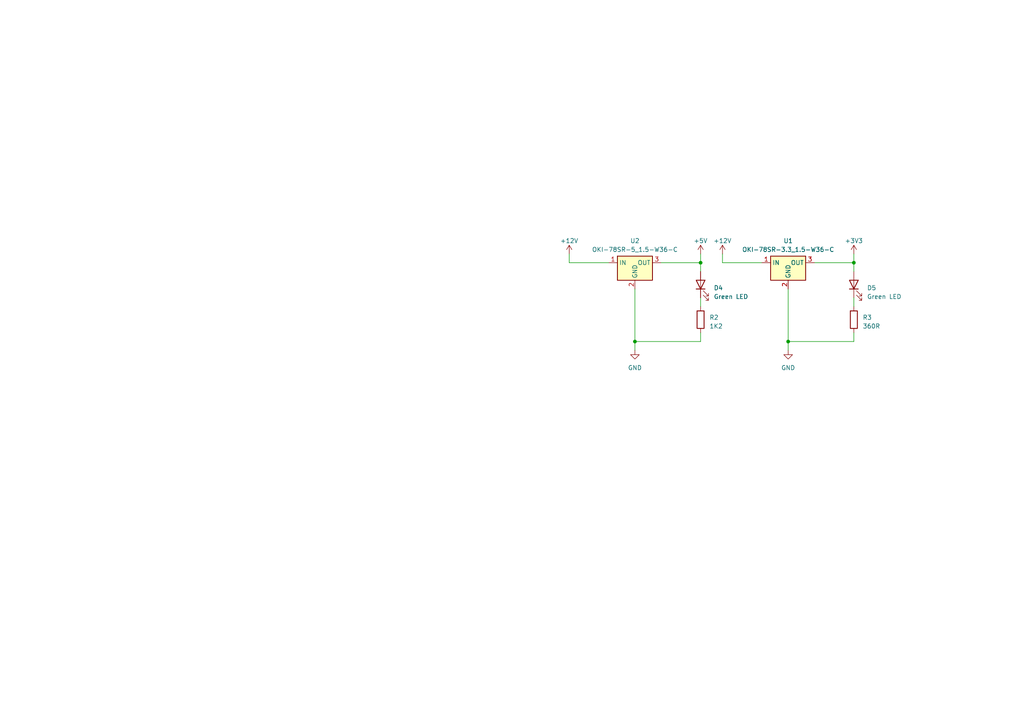
<source format=kicad_sch>
(kicad_sch (version 20250114) (generator "eeschema") (generator_version "9.0")
  (paper "A4")
  (title_block (title "Power") (rev "0.1") (company "SnowdenLabs") (comment 1 "Thyme after Thyme"))
  (lib_symbols
    (symbol "Converter_DCDC:OKI-78SR-3.3_1.5-W36-C"
      (property "Reference" "U" (at -3.81 3.175 0))
      (property "Value" "OKI-78SR-3.3_1.5-W36-C" (at 0 3.175 0))
      (symbol "OKI-78SR-3.3_1.5-W36-C_0_1"
        (rectangle (start -5.08 1.905) (end 5.08 -5.08) (stroke (width 0.254)) (fill (type background)))
      )
      (symbol "OKI-78SR-3.3_1.5-W36-C_1_1"
        (pin power_in line (at -7.62 0 0) (length 2.54) (name "IN") (number "1"))
        (pin power_in line (at 0 -7.62 90) (length 2.54) (name "GND") (number "2"))
        (pin power_out line (at 7.62 0 180) (length 2.54) (name "OUT") (number "3"))
      )
    )
    (symbol "Converter_DCDC:OKI-78SR-5_1.5-W36-C"
      (property "Reference" "U" (at -3.81 3.175 0))
      (property "Value" "OKI-78SR-5_1.5-W36-C" (at 0 3.175 0))
      (symbol "OKI-78SR-5_1.5-W36-C_0_1"
        (rectangle (start -5.08 1.905) (end 5.08 -5.08) (stroke (width 0.254)) (fill (type background)))
      )
      (symbol "OKI-78SR-5_1.5-W36-C_1_1"
        (pin power_in line (at -7.62 0 0) (length 2.54) (name "IN") (number "1"))
        (pin power_in line (at 0 -7.62 90) (length 2.54) (name "GND") (number "2"))
        (pin power_out line (at 7.62 0 180) (length 2.54) (name "OUT") (number "3"))
      )
    )
    (symbol "Device:LED" (pin_numbers (hide yes)) (pin_names (offset 1.016) (hide yes))
      (property "Reference" "D" (at 0 2.54 0))
      (property "Value" "LED" (at 0 -2.54 0))
      (symbol "LED_0_1"
        (polyline (pts (xy -3.048 -0.762) (xy -4.572 -2.286) (xy -3.81 -2.286) (xy -4.572 -2.286) (xy -4.572 -1.524)))
        (polyline (pts (xy -1.778 -0.762) (xy -3.302 -2.286) (xy -2.54 -2.286) (xy -3.302 -2.286) (xy -3.302 -1.524)))
        (polyline (pts (xy -1.27 0) (xy 1.27 0)))
        (polyline (pts (xy -1.27 -1.27) (xy -1.27 1.27)) (stroke (width 0.254)))
        (polyline (pts (xy 1.27 -1.27) (xy 1.27 1.27) (xy -1.27 0) (xy 1.27 -1.27)) (stroke (width 0.254)))
      )
      (symbol "LED_1_1"
        (pin passive line (at -3.81 0 0) (length 2.54) (name "K") (number "1"))
        (pin passive line (at 3.81 0 180) (length 2.54) (name "A") (number "2"))
      )
    )
    (symbol "Device:R" (pin_numbers (hide yes)) (pin_names (offset 0))
      (property "Reference" "R" (at 2.032 0 90))
      (property "Value" "R" (at 0 0 90))
      (symbol "R_0_1"
        (rectangle (start -1.016 -2.54) (end 1.016 2.54) (stroke (width 0.254)))
      )
      (symbol "R_1_1"
        (pin passive line (at 0 3.81 270) (length 1.27) (name "~") (number "1"))
        (pin passive line (at 0 -3.81 90) (length 1.27) (name "~") (number "2"))
      )
    )
    (symbol "power:+12V" (power) (pin_names (offset 0))
      (property "Value" "+12V" (at 0 3.556 0))
      (symbol "+12V_0_1"
        (polyline (pts (xy -0.762 1.27) (xy 0 2.54)))
        (polyline (pts (xy 0 2.54) (xy 0.762 1.27)))
        (polyline (pts (xy 0 0) (xy 0 2.54)))
      )
      (symbol "+12V_1_1"
        (pin power_in line (at 0 0 90) (length 0) (hide yes) (name "+12V") (number "1"))
      )
    )
    (symbol "power:+3V3" (power) (pin_names (offset 0))
      (property "Value" "+3V3" (at 0 3.556 0))
      (symbol "+3V3_0_1"
        (polyline (pts (xy -0.762 1.27) (xy 0 2.54)))
        (polyline (pts (xy 0 2.54) (xy 0.762 1.27)))
        (polyline (pts (xy 0 0) (xy 0 2.54)))
      )
      (symbol "+3V3_1_1"
        (pin power_in line (at 0 0 90) (length 0) (hide yes) (name "+3V3") (number "1"))
      )
    )
    (symbol "power:+5V" (power) (pin_names (offset 0))
      (property "Value" "+5V" (at 0 3.556 0))
      (symbol "+5V_0_1"
        (polyline (pts (xy -0.762 1.27) (xy 0 2.54)))
        (polyline (pts (xy 0 2.54) (xy 0.762 1.27)))
        (polyline (pts (xy 0 0) (xy 0 2.54)))
      )
      (symbol "+5V_1_1"
        (pin power_in line (at 0 0 90) (length 0) (hide yes) (name "+5V") (number "1"))
      )
    )
    (symbol "power:GND" (power) (pin_names (offset 0))
      (property "Value" "GND" (at 0 -3.81 0))
      (symbol "GND_0_1"
        (polyline (pts (xy 0 0) (xy 0 -1.27) (xy 1.27 -1.27) (xy 0 -2.54) (xy -1.27 -1.27) (xy 0 -1.27)))
      )
      (symbol "GND_1_1"
        (pin power_in line (at 0 0 270) (length 0) (hide yes) (name "GND") (number "1"))
      )
    )
  )
  (junction (at 184.15 99.06))
  (junction (at 247.65 76.2))
  (junction (at 228.6 99.06))
  (junction (at 203.2 76.2))
  (wire (pts (xy 247.65 76.2) (xy 247.65 73.66)))
  (wire (pts (xy 203.2 76.2) (xy 203.2 78.74)))
  (wire (pts (xy 209.55 76.2) (xy 209.55 73.66)))
  (wire (pts (xy 191.77 76.2) (xy 203.2 76.2)))
  (wire (pts (xy 184.15 99.06) (xy 203.2 99.06)))
  (wire (pts (xy 176.53 76.2) (xy 165.1 76.2)))
  (wire (pts (xy 247.65 96.52) (xy 247.65 99.06)))
  (wire (pts (xy 236.22 76.2) (xy 247.65 76.2)))
  (wire (pts (xy 203.2 76.2) (xy 203.2 73.66)))
  (wire (pts (xy 165.1 76.2) (xy 165.1 73.66)))
  (wire (pts (xy 184.15 99.06) (xy 184.15 101.6)))
  (wire (pts (xy 228.6 83.82) (xy 228.6 99.06)))
  (wire (pts (xy 220.98 76.2) (xy 209.55 76.2)))
  (wire (pts (xy 247.65 86.36) (xy 247.65 88.9)))
  (wire (pts (xy 203.2 96.52) (xy 203.2 99.06)))
  (wire (pts (xy 184.15 83.82) (xy 184.15 99.06)))
  (wire (pts (xy 203.2 86.36) (xy 203.2 88.9)))
  (wire (pts (xy 228.6 99.06) (xy 228.6 101.6)))
  (wire (pts (xy 247.65 76.2) (xy 247.65 78.74)))
  (wire (pts (xy 228.6 99.06) (xy 247.65 99.06)))
  (symbol (lib_id "power:+12V") (at 165.1 73.66 0) (unit 1)
    (property "Reference" "#PWR03" (effects (hide yes)))
    (property "Value" "+12V" (at 165.1 69.85 0))
  )
  (symbol (lib_id "power:+12V") (at 209.55 73.66 0) (unit 1)
    (property "Reference" "#PWR06" (effects (hide yes)))
    (property "Value" "+12V" (at 209.55 69.85 0))
  )
  (symbol (lib_id "Device:LED") (at 247.65 82.55 90) (unit 1)
    (property "Reference" "D5" (at 251.46 83.5025 90) (effects (justify right)))
    (property "Value" "Green LED" (at 251.46 86.0425 90) (effects (justify right)))
    (property "Footprint" "LED_SMD:LED_0603_1608Metric" (effects (hide yes)))
    (property "Datasheet" "https://www.we-online.com/katalog/datasheet/150060GS75000.pdf" (effects (hide yes)))
    (property "Manufacturer" "Wurth" (effects (hide yes)))
    (property "ManufacturerPartNumber" "150060GS75000" (effects (hide yes)))
  )
  (symbol (lib_id "Converter_DCDC:OKI-78SR-3.3_1.5-W36-C") (at 228.6 76.2 0) (unit 1)
    (property "Reference" "U1" (at 228.6 69.85 0))
    (property "Value" "OKI-78SR-3.3_1.5-W36-C" (at 228.6 72.39 0))
    (property "Footprint" "Converter_DCDC:Converter_DCDC_Murata_OKI-78SR_Vertical" (effects (hide yes)))
    (property "Datasheet" "https://power.murata.com/data/power/oki-78sr.pdf" (effects (hide yes)))
  )
  (symbol (lib_id "Device:R") (at 203.2 92.71 0) (unit 1)
    (property "Reference" "R2" (at 205.74 92.075 0) (effects (justify left)))
    (property "Value" "1K2" (at 205.74 94.615 0) (effects (justify left)))
    (property "Footprint" "Resistor_SMD:R_0603_1608Metric" (effects (hide yes)))
  )
  (symbol (lib_id "Device:R") (at 247.65 92.71 0) (unit 1)
    (property "Reference" "R3" (at 250.19 92.075 0) (effects (justify left)))
    (property "Value" "360R" (at 250.19 94.615 0) (effects (justify left)))
    (property "Footprint" "Resistor_SMD:R_0603_1608Metric" (effects (hide yes)))
  )
  (symbol (lib_id "power:+5V") (at 203.2 73.66 0) (unit 1)
    (property "Reference" "#PWR05" (effects (hide yes)))
    (property "Value" "+5V" (at 203.2 69.85 0))
  )
  (symbol (lib_id "power:GND") (at 228.6 101.6 0) (unit 1)
    (property "Reference" "#PWR08" (effects (hide yes)))
    (property "Value" "GND" (at 228.6 106.68 0))
  )
  (symbol (lib_id "power:GND") (at 184.15 101.6 0) (unit 1)
    (property "Reference" "#PWR04" (effects (hide yes)))
    (property "Value" "GND" (at 184.15 106.68 0))
  )
  (symbol (lib_id "Converter_DCDC:OKI-78SR-5_1.5-W36-C") (at 184.15 76.2 0) (unit 1)
    (property "Reference" "U2" (at 184.15 69.85 0))
    (property "Value" "OKI-78SR-5_1.5-W36-C" (at 184.15 72.39 0))
    (property "Footprint" "Converter_DCDC:Converter_DCDC_Murata_OKI-78SR_Vertical" (effects (hide yes)))
    (property "Datasheet" "https://power.murata.com/data/power/oki-78sr.pdf" (effects (hide yes)))
  )
  (symbol (lib_id "Device:LED") (at 203.2 82.55 90) (unit 1)
    (property "Reference" "D4" (at 207.01 83.5025 90) (effects (justify right)))
    (property "Value" "Green LED" (at 207.01 86.0425 90) (effects (justify right)))
    (property "Footprint" "LED_SMD:LED_0603_1608Metric" (effects (hide yes)))
    (property "Datasheet" "https://www.we-online.com/katalog/datasheet/150060GS75000.pdf" (effects (hide yes)))
    (property "Manufacturer" "Wurth" (effects (hide yes)))
    (property "ManufacturerPartNumber" "150060GS75000" (effects (hide yes)))
  )
  (symbol (lib_id "power:+3V3") (at 247.65 73.66 0) (unit 1)
    (property "Reference" "#PWR07" (effects (hide yes)))
    (property "Value" "+3V3" (at 247.65 69.85 0))
  )
)
</source>
